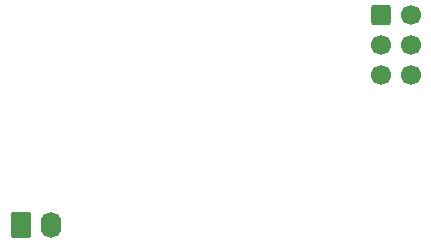
<source format=gbs>
G04 #@! TF.GenerationSoftware,KiCad,Pcbnew,7.0.10*
G04 #@! TF.CreationDate,2024-03-26T17:52:26-05:00*
G04 #@! TF.ProjectId,keychain,6b657963-6861-4696-9e2e-6b696361645f,rev?*
G04 #@! TF.SameCoordinates,Original*
G04 #@! TF.FileFunction,Soldermask,Bot*
G04 #@! TF.FilePolarity,Negative*
%FSLAX46Y46*%
G04 Gerber Fmt 4.6, Leading zero omitted, Abs format (unit mm)*
G04 Created by KiCad (PCBNEW 7.0.10) date 2024-03-26 17:52:26*
%MOMM*%
%LPD*%
G01*
G04 APERTURE LIST*
G04 Aperture macros list*
%AMRoundRect*
0 Rectangle with rounded corners*
0 $1 Rounding radius*
0 $2 $3 $4 $5 $6 $7 $8 $9 X,Y pos of 4 corners*
0 Add a 4 corners polygon primitive as box body*
4,1,4,$2,$3,$4,$5,$6,$7,$8,$9,$2,$3,0*
0 Add four circle primitives for the rounded corners*
1,1,$1+$1,$2,$3*
1,1,$1+$1,$4,$5*
1,1,$1+$1,$6,$7*
1,1,$1+$1,$8,$9*
0 Add four rect primitives between the rounded corners*
20,1,$1+$1,$2,$3,$4,$5,0*
20,1,$1+$1,$4,$5,$6,$7,0*
20,1,$1+$1,$6,$7,$8,$9,0*
20,1,$1+$1,$8,$9,$2,$3,0*%
G04 Aperture macros list end*
%ADD10RoundRect,0.250000X-0.620000X-0.845000X0.620000X-0.845000X0.620000X0.845000X-0.620000X0.845000X0*%
%ADD11O,1.740000X2.190000*%
%ADD12RoundRect,0.250000X-0.600000X-0.600000X0.600000X-0.600000X0.600000X0.600000X-0.600000X0.600000X0*%
%ADD13C,1.700000*%
G04 APERTURE END LIST*
D10*
G04 #@! TO.C,J3*
X114300000Y-76200000D03*
D11*
X116840000Y-76200000D03*
G04 #@! TD*
D12*
G04 #@! TO.C,J2*
X144780000Y-58420000D03*
D13*
X147320000Y-58420000D03*
X144780000Y-60960000D03*
X147320000Y-60960000D03*
X144780000Y-63500000D03*
X147320000Y-63500000D03*
G04 #@! TD*
M02*

</source>
